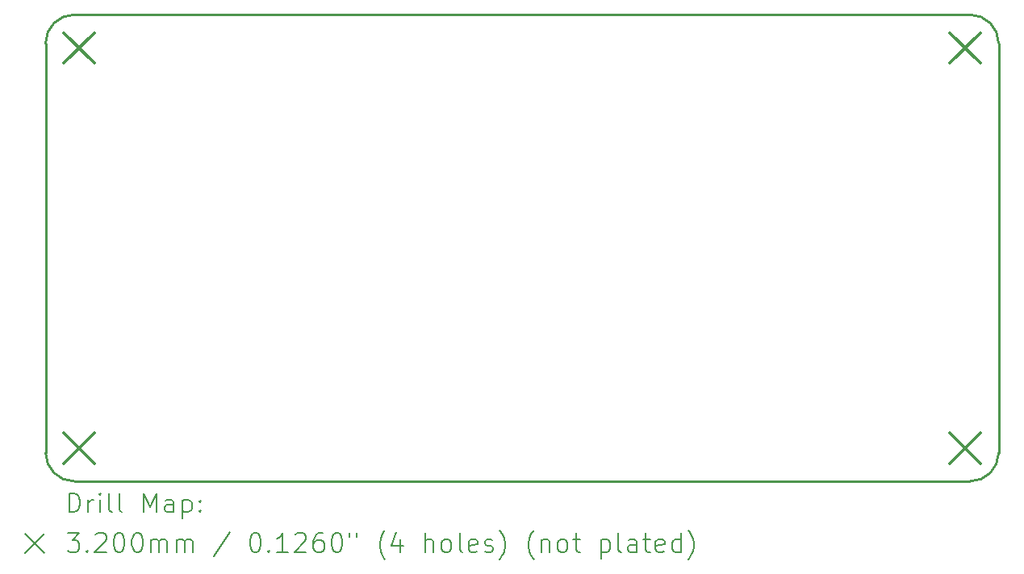
<source format=gbr>
%TF.GenerationSoftware,KiCad,Pcbnew,8.0.4*%
%TF.CreationDate,2024-08-11T22:46:47+02:00*%
%TF.ProjectId,global_vu,676c6f62-616c-45f7-9675-2e6b69636164,rev?*%
%TF.SameCoordinates,PX7b80360PY5a1f4a0*%
%TF.FileFunction,Drillmap*%
%TF.FilePolarity,Positive*%
%FSLAX45Y45*%
G04 Gerber Fmt 4.5, Leading zero omitted, Abs format (unit mm)*
G04 Created by KiCad (PCBNEW 8.0.4) date 2024-08-11 22:46:47*
%MOMM*%
%LPD*%
G01*
G04 APERTURE LIST*
%ADD10C,0.250000*%
%ADD11C,0.200000*%
%ADD12C,0.320000*%
G04 APERTURE END LIST*
D10*
X-10000000Y4600000D02*
G75*
G02*
X-9700000Y4900000I300000J0D01*
G01*
X0Y4600000D02*
X0Y300000D01*
X-9700000Y4900000D02*
X-300000Y4900000D01*
X-10000000Y300000D02*
X-10000000Y4600000D01*
X0Y300000D02*
G75*
G02*
X-300000Y0I-300000J0D01*
G01*
X-300000Y4900000D02*
G75*
G02*
X0Y4600000I0J-300000D01*
G01*
X-300000Y0D02*
X-9700000Y0D01*
X-9700000Y0D02*
G75*
G02*
X-10000000Y300000I0J300000D01*
G01*
D11*
D12*
X-9810000Y4710000D02*
X-9490000Y4390000D01*
X-9490000Y4710000D02*
X-9810000Y4390000D01*
X-9810000Y510000D02*
X-9490000Y190000D01*
X-9490000Y510000D02*
X-9810000Y190000D01*
X-510000Y4710000D02*
X-190000Y4390000D01*
X-190000Y4710000D02*
X-510000Y4390000D01*
X-510000Y510000D02*
X-190000Y190000D01*
X-190000Y510000D02*
X-510000Y190000D01*
D11*
X-9751723Y-323984D02*
X-9751723Y-123984D01*
X-9751723Y-123984D02*
X-9704104Y-123984D01*
X-9704104Y-123984D02*
X-9675533Y-133508D01*
X-9675533Y-133508D02*
X-9656485Y-152555D01*
X-9656485Y-152555D02*
X-9646961Y-171603D01*
X-9646961Y-171603D02*
X-9637438Y-209698D01*
X-9637438Y-209698D02*
X-9637438Y-238270D01*
X-9637438Y-238270D02*
X-9646961Y-276365D01*
X-9646961Y-276365D02*
X-9656485Y-295412D01*
X-9656485Y-295412D02*
X-9675533Y-314460D01*
X-9675533Y-314460D02*
X-9704104Y-323984D01*
X-9704104Y-323984D02*
X-9751723Y-323984D01*
X-9551723Y-323984D02*
X-9551723Y-190650D01*
X-9551723Y-228746D02*
X-9542199Y-209698D01*
X-9542199Y-209698D02*
X-9532676Y-200174D01*
X-9532676Y-200174D02*
X-9513628Y-190650D01*
X-9513628Y-190650D02*
X-9494580Y-190650D01*
X-9427914Y-323984D02*
X-9427914Y-190650D01*
X-9427914Y-123984D02*
X-9437438Y-133508D01*
X-9437438Y-133508D02*
X-9427914Y-143032D01*
X-9427914Y-143032D02*
X-9418390Y-133508D01*
X-9418390Y-133508D02*
X-9427914Y-123984D01*
X-9427914Y-123984D02*
X-9427914Y-143032D01*
X-9304104Y-323984D02*
X-9323152Y-314460D01*
X-9323152Y-314460D02*
X-9332676Y-295412D01*
X-9332676Y-295412D02*
X-9332676Y-123984D01*
X-9199342Y-323984D02*
X-9218390Y-314460D01*
X-9218390Y-314460D02*
X-9227914Y-295412D01*
X-9227914Y-295412D02*
X-9227914Y-123984D01*
X-8970771Y-323984D02*
X-8970771Y-123984D01*
X-8970771Y-123984D02*
X-8904104Y-266841D01*
X-8904104Y-266841D02*
X-8837438Y-123984D01*
X-8837438Y-123984D02*
X-8837438Y-323984D01*
X-8656485Y-323984D02*
X-8656485Y-219222D01*
X-8656485Y-219222D02*
X-8666009Y-200174D01*
X-8666009Y-200174D02*
X-8685057Y-190650D01*
X-8685057Y-190650D02*
X-8723152Y-190650D01*
X-8723152Y-190650D02*
X-8742199Y-200174D01*
X-8656485Y-314460D02*
X-8675533Y-323984D01*
X-8675533Y-323984D02*
X-8723152Y-323984D01*
X-8723152Y-323984D02*
X-8742199Y-314460D01*
X-8742199Y-314460D02*
X-8751723Y-295412D01*
X-8751723Y-295412D02*
X-8751723Y-276365D01*
X-8751723Y-276365D02*
X-8742199Y-257317D01*
X-8742199Y-257317D02*
X-8723152Y-247793D01*
X-8723152Y-247793D02*
X-8675533Y-247793D01*
X-8675533Y-247793D02*
X-8656485Y-238270D01*
X-8561247Y-190650D02*
X-8561247Y-390650D01*
X-8561247Y-200174D02*
X-8542199Y-190650D01*
X-8542199Y-190650D02*
X-8504104Y-190650D01*
X-8504104Y-190650D02*
X-8485057Y-200174D01*
X-8485057Y-200174D02*
X-8475533Y-209698D01*
X-8475533Y-209698D02*
X-8466009Y-228746D01*
X-8466009Y-228746D02*
X-8466009Y-285889D01*
X-8466009Y-285889D02*
X-8475533Y-304936D01*
X-8475533Y-304936D02*
X-8485057Y-314460D01*
X-8485057Y-314460D02*
X-8504104Y-323984D01*
X-8504104Y-323984D02*
X-8542199Y-323984D01*
X-8542199Y-323984D02*
X-8561247Y-314460D01*
X-8380295Y-304936D02*
X-8370771Y-314460D01*
X-8370771Y-314460D02*
X-8380295Y-323984D01*
X-8380295Y-323984D02*
X-8389818Y-314460D01*
X-8389818Y-314460D02*
X-8380295Y-304936D01*
X-8380295Y-304936D02*
X-8380295Y-323984D01*
X-8380295Y-200174D02*
X-8370771Y-209698D01*
X-8370771Y-209698D02*
X-8380295Y-219222D01*
X-8380295Y-219222D02*
X-8389818Y-209698D01*
X-8389818Y-209698D02*
X-8380295Y-200174D01*
X-8380295Y-200174D02*
X-8380295Y-219222D01*
X-10212500Y-552500D02*
X-10012500Y-752500D01*
X-10012500Y-552500D02*
X-10212500Y-752500D01*
X-9770771Y-543984D02*
X-9646961Y-543984D01*
X-9646961Y-543984D02*
X-9713628Y-620174D01*
X-9713628Y-620174D02*
X-9685057Y-620174D01*
X-9685057Y-620174D02*
X-9666009Y-629698D01*
X-9666009Y-629698D02*
X-9656485Y-639222D01*
X-9656485Y-639222D02*
X-9646961Y-658270D01*
X-9646961Y-658270D02*
X-9646961Y-705889D01*
X-9646961Y-705889D02*
X-9656485Y-724936D01*
X-9656485Y-724936D02*
X-9666009Y-734460D01*
X-9666009Y-734460D02*
X-9685057Y-743984D01*
X-9685057Y-743984D02*
X-9742199Y-743984D01*
X-9742199Y-743984D02*
X-9761247Y-734460D01*
X-9761247Y-734460D02*
X-9770771Y-724936D01*
X-9561247Y-724936D02*
X-9551723Y-734460D01*
X-9551723Y-734460D02*
X-9561247Y-743984D01*
X-9561247Y-743984D02*
X-9570771Y-734460D01*
X-9570771Y-734460D02*
X-9561247Y-724936D01*
X-9561247Y-724936D02*
X-9561247Y-743984D01*
X-9475533Y-563032D02*
X-9466009Y-553508D01*
X-9466009Y-553508D02*
X-9446961Y-543984D01*
X-9446961Y-543984D02*
X-9399342Y-543984D01*
X-9399342Y-543984D02*
X-9380295Y-553508D01*
X-9380295Y-553508D02*
X-9370771Y-563032D01*
X-9370771Y-563032D02*
X-9361247Y-582079D01*
X-9361247Y-582079D02*
X-9361247Y-601127D01*
X-9361247Y-601127D02*
X-9370771Y-629698D01*
X-9370771Y-629698D02*
X-9485057Y-743984D01*
X-9485057Y-743984D02*
X-9361247Y-743984D01*
X-9237438Y-543984D02*
X-9218390Y-543984D01*
X-9218390Y-543984D02*
X-9199342Y-553508D01*
X-9199342Y-553508D02*
X-9189818Y-563032D01*
X-9189818Y-563032D02*
X-9180295Y-582079D01*
X-9180295Y-582079D02*
X-9170771Y-620174D01*
X-9170771Y-620174D02*
X-9170771Y-667793D01*
X-9170771Y-667793D02*
X-9180295Y-705889D01*
X-9180295Y-705889D02*
X-9189818Y-724936D01*
X-9189818Y-724936D02*
X-9199342Y-734460D01*
X-9199342Y-734460D02*
X-9218390Y-743984D01*
X-9218390Y-743984D02*
X-9237438Y-743984D01*
X-9237438Y-743984D02*
X-9256485Y-734460D01*
X-9256485Y-734460D02*
X-9266009Y-724936D01*
X-9266009Y-724936D02*
X-9275533Y-705889D01*
X-9275533Y-705889D02*
X-9285057Y-667793D01*
X-9285057Y-667793D02*
X-9285057Y-620174D01*
X-9285057Y-620174D02*
X-9275533Y-582079D01*
X-9275533Y-582079D02*
X-9266009Y-563032D01*
X-9266009Y-563032D02*
X-9256485Y-553508D01*
X-9256485Y-553508D02*
X-9237438Y-543984D01*
X-9046961Y-543984D02*
X-9027914Y-543984D01*
X-9027914Y-543984D02*
X-9008866Y-553508D01*
X-9008866Y-553508D02*
X-8999342Y-563032D01*
X-8999342Y-563032D02*
X-8989818Y-582079D01*
X-8989818Y-582079D02*
X-8980295Y-620174D01*
X-8980295Y-620174D02*
X-8980295Y-667793D01*
X-8980295Y-667793D02*
X-8989818Y-705889D01*
X-8989818Y-705889D02*
X-8999342Y-724936D01*
X-8999342Y-724936D02*
X-9008866Y-734460D01*
X-9008866Y-734460D02*
X-9027914Y-743984D01*
X-9027914Y-743984D02*
X-9046961Y-743984D01*
X-9046961Y-743984D02*
X-9066009Y-734460D01*
X-9066009Y-734460D02*
X-9075533Y-724936D01*
X-9075533Y-724936D02*
X-9085057Y-705889D01*
X-9085057Y-705889D02*
X-9094580Y-667793D01*
X-9094580Y-667793D02*
X-9094580Y-620174D01*
X-9094580Y-620174D02*
X-9085057Y-582079D01*
X-9085057Y-582079D02*
X-9075533Y-563032D01*
X-9075533Y-563032D02*
X-9066009Y-553508D01*
X-9066009Y-553508D02*
X-9046961Y-543984D01*
X-8894580Y-743984D02*
X-8894580Y-610651D01*
X-8894580Y-629698D02*
X-8885057Y-620174D01*
X-8885057Y-620174D02*
X-8866009Y-610651D01*
X-8866009Y-610651D02*
X-8837437Y-610651D01*
X-8837437Y-610651D02*
X-8818390Y-620174D01*
X-8818390Y-620174D02*
X-8808866Y-639222D01*
X-8808866Y-639222D02*
X-8808866Y-743984D01*
X-8808866Y-639222D02*
X-8799342Y-620174D01*
X-8799342Y-620174D02*
X-8780295Y-610651D01*
X-8780295Y-610651D02*
X-8751723Y-610651D01*
X-8751723Y-610651D02*
X-8732676Y-620174D01*
X-8732676Y-620174D02*
X-8723152Y-639222D01*
X-8723152Y-639222D02*
X-8723152Y-743984D01*
X-8627914Y-743984D02*
X-8627914Y-610651D01*
X-8627914Y-629698D02*
X-8618390Y-620174D01*
X-8618390Y-620174D02*
X-8599342Y-610651D01*
X-8599342Y-610651D02*
X-8570771Y-610651D01*
X-8570771Y-610651D02*
X-8551723Y-620174D01*
X-8551723Y-620174D02*
X-8542199Y-639222D01*
X-8542199Y-639222D02*
X-8542199Y-743984D01*
X-8542199Y-639222D02*
X-8532676Y-620174D01*
X-8532676Y-620174D02*
X-8513628Y-610651D01*
X-8513628Y-610651D02*
X-8485057Y-610651D01*
X-8485057Y-610651D02*
X-8466009Y-620174D01*
X-8466009Y-620174D02*
X-8456485Y-639222D01*
X-8456485Y-639222D02*
X-8456485Y-743984D01*
X-8066009Y-534460D02*
X-8237437Y-791603D01*
X-7808866Y-543984D02*
X-7789818Y-543984D01*
X-7789818Y-543984D02*
X-7770771Y-553508D01*
X-7770771Y-553508D02*
X-7761247Y-563032D01*
X-7761247Y-563032D02*
X-7751723Y-582079D01*
X-7751723Y-582079D02*
X-7742199Y-620174D01*
X-7742199Y-620174D02*
X-7742199Y-667793D01*
X-7742199Y-667793D02*
X-7751723Y-705889D01*
X-7751723Y-705889D02*
X-7761247Y-724936D01*
X-7761247Y-724936D02*
X-7770771Y-734460D01*
X-7770771Y-734460D02*
X-7789818Y-743984D01*
X-7789818Y-743984D02*
X-7808866Y-743984D01*
X-7808866Y-743984D02*
X-7827913Y-734460D01*
X-7827913Y-734460D02*
X-7837437Y-724936D01*
X-7837437Y-724936D02*
X-7846961Y-705889D01*
X-7846961Y-705889D02*
X-7856485Y-667793D01*
X-7856485Y-667793D02*
X-7856485Y-620174D01*
X-7856485Y-620174D02*
X-7846961Y-582079D01*
X-7846961Y-582079D02*
X-7837437Y-563032D01*
X-7837437Y-563032D02*
X-7827913Y-553508D01*
X-7827913Y-553508D02*
X-7808866Y-543984D01*
X-7656485Y-724936D02*
X-7646961Y-734460D01*
X-7646961Y-734460D02*
X-7656485Y-743984D01*
X-7656485Y-743984D02*
X-7666009Y-734460D01*
X-7666009Y-734460D02*
X-7656485Y-724936D01*
X-7656485Y-724936D02*
X-7656485Y-743984D01*
X-7456485Y-743984D02*
X-7570771Y-743984D01*
X-7513628Y-743984D02*
X-7513628Y-543984D01*
X-7513628Y-543984D02*
X-7532675Y-572555D01*
X-7532675Y-572555D02*
X-7551723Y-591603D01*
X-7551723Y-591603D02*
X-7570771Y-601127D01*
X-7380294Y-563032D02*
X-7370771Y-553508D01*
X-7370771Y-553508D02*
X-7351723Y-543984D01*
X-7351723Y-543984D02*
X-7304104Y-543984D01*
X-7304104Y-543984D02*
X-7285056Y-553508D01*
X-7285056Y-553508D02*
X-7275532Y-563032D01*
X-7275532Y-563032D02*
X-7266009Y-582079D01*
X-7266009Y-582079D02*
X-7266009Y-601127D01*
X-7266009Y-601127D02*
X-7275532Y-629698D01*
X-7275532Y-629698D02*
X-7389818Y-743984D01*
X-7389818Y-743984D02*
X-7266009Y-743984D01*
X-7094580Y-543984D02*
X-7132675Y-543984D01*
X-7132675Y-543984D02*
X-7151723Y-553508D01*
X-7151723Y-553508D02*
X-7161247Y-563032D01*
X-7161247Y-563032D02*
X-7180294Y-591603D01*
X-7180294Y-591603D02*
X-7189818Y-629698D01*
X-7189818Y-629698D02*
X-7189818Y-705889D01*
X-7189818Y-705889D02*
X-7180294Y-724936D01*
X-7180294Y-724936D02*
X-7170771Y-734460D01*
X-7170771Y-734460D02*
X-7151723Y-743984D01*
X-7151723Y-743984D02*
X-7113628Y-743984D01*
X-7113628Y-743984D02*
X-7094580Y-734460D01*
X-7094580Y-734460D02*
X-7085056Y-724936D01*
X-7085056Y-724936D02*
X-7075532Y-705889D01*
X-7075532Y-705889D02*
X-7075532Y-658270D01*
X-7075532Y-658270D02*
X-7085056Y-639222D01*
X-7085056Y-639222D02*
X-7094580Y-629698D01*
X-7094580Y-629698D02*
X-7113628Y-620174D01*
X-7113628Y-620174D02*
X-7151723Y-620174D01*
X-7151723Y-620174D02*
X-7170771Y-629698D01*
X-7170771Y-629698D02*
X-7180294Y-639222D01*
X-7180294Y-639222D02*
X-7189818Y-658270D01*
X-6951723Y-543984D02*
X-6932675Y-543984D01*
X-6932675Y-543984D02*
X-6913628Y-553508D01*
X-6913628Y-553508D02*
X-6904104Y-563032D01*
X-6904104Y-563032D02*
X-6894580Y-582079D01*
X-6894580Y-582079D02*
X-6885056Y-620174D01*
X-6885056Y-620174D02*
X-6885056Y-667793D01*
X-6885056Y-667793D02*
X-6894580Y-705889D01*
X-6894580Y-705889D02*
X-6904104Y-724936D01*
X-6904104Y-724936D02*
X-6913628Y-734460D01*
X-6913628Y-734460D02*
X-6932675Y-743984D01*
X-6932675Y-743984D02*
X-6951723Y-743984D01*
X-6951723Y-743984D02*
X-6970771Y-734460D01*
X-6970771Y-734460D02*
X-6980294Y-724936D01*
X-6980294Y-724936D02*
X-6989818Y-705889D01*
X-6989818Y-705889D02*
X-6999342Y-667793D01*
X-6999342Y-667793D02*
X-6999342Y-620174D01*
X-6999342Y-620174D02*
X-6989818Y-582079D01*
X-6989818Y-582079D02*
X-6980294Y-563032D01*
X-6980294Y-563032D02*
X-6970771Y-553508D01*
X-6970771Y-553508D02*
X-6951723Y-543984D01*
X-6808866Y-543984D02*
X-6808866Y-582079D01*
X-6732675Y-543984D02*
X-6732675Y-582079D01*
X-6437437Y-820174D02*
X-6446961Y-810650D01*
X-6446961Y-810650D02*
X-6466009Y-782079D01*
X-6466009Y-782079D02*
X-6475532Y-763031D01*
X-6475532Y-763031D02*
X-6485056Y-734460D01*
X-6485056Y-734460D02*
X-6494580Y-686841D01*
X-6494580Y-686841D02*
X-6494580Y-648746D01*
X-6494580Y-648746D02*
X-6485056Y-601127D01*
X-6485056Y-601127D02*
X-6475532Y-572555D01*
X-6475532Y-572555D02*
X-6466009Y-553508D01*
X-6466009Y-553508D02*
X-6446961Y-524936D01*
X-6446961Y-524936D02*
X-6437437Y-515412D01*
X-6275532Y-610651D02*
X-6275532Y-743984D01*
X-6323151Y-534460D02*
X-6370770Y-677317D01*
X-6370770Y-677317D02*
X-6246961Y-677317D01*
X-6018389Y-743984D02*
X-6018389Y-543984D01*
X-5932675Y-743984D02*
X-5932675Y-639222D01*
X-5932675Y-639222D02*
X-5942199Y-620174D01*
X-5942199Y-620174D02*
X-5961247Y-610651D01*
X-5961247Y-610651D02*
X-5989818Y-610651D01*
X-5989818Y-610651D02*
X-6008866Y-620174D01*
X-6008866Y-620174D02*
X-6018389Y-629698D01*
X-5808866Y-743984D02*
X-5827913Y-734460D01*
X-5827913Y-734460D02*
X-5837437Y-724936D01*
X-5837437Y-724936D02*
X-5846961Y-705889D01*
X-5846961Y-705889D02*
X-5846961Y-648746D01*
X-5846961Y-648746D02*
X-5837437Y-629698D01*
X-5837437Y-629698D02*
X-5827913Y-620174D01*
X-5827913Y-620174D02*
X-5808866Y-610651D01*
X-5808866Y-610651D02*
X-5780294Y-610651D01*
X-5780294Y-610651D02*
X-5761247Y-620174D01*
X-5761247Y-620174D02*
X-5751723Y-629698D01*
X-5751723Y-629698D02*
X-5742199Y-648746D01*
X-5742199Y-648746D02*
X-5742199Y-705889D01*
X-5742199Y-705889D02*
X-5751723Y-724936D01*
X-5751723Y-724936D02*
X-5761247Y-734460D01*
X-5761247Y-734460D02*
X-5780294Y-743984D01*
X-5780294Y-743984D02*
X-5808866Y-743984D01*
X-5627913Y-743984D02*
X-5646961Y-734460D01*
X-5646961Y-734460D02*
X-5656485Y-715412D01*
X-5656485Y-715412D02*
X-5656485Y-543984D01*
X-5475532Y-734460D02*
X-5494580Y-743984D01*
X-5494580Y-743984D02*
X-5532675Y-743984D01*
X-5532675Y-743984D02*
X-5551723Y-734460D01*
X-5551723Y-734460D02*
X-5561247Y-715412D01*
X-5561247Y-715412D02*
X-5561247Y-639222D01*
X-5561247Y-639222D02*
X-5551723Y-620174D01*
X-5551723Y-620174D02*
X-5532675Y-610651D01*
X-5532675Y-610651D02*
X-5494580Y-610651D01*
X-5494580Y-610651D02*
X-5475532Y-620174D01*
X-5475532Y-620174D02*
X-5466009Y-639222D01*
X-5466009Y-639222D02*
X-5466009Y-658270D01*
X-5466009Y-658270D02*
X-5561247Y-677317D01*
X-5389818Y-734460D02*
X-5370770Y-743984D01*
X-5370770Y-743984D02*
X-5332675Y-743984D01*
X-5332675Y-743984D02*
X-5313628Y-734460D01*
X-5313628Y-734460D02*
X-5304104Y-715412D01*
X-5304104Y-715412D02*
X-5304104Y-705889D01*
X-5304104Y-705889D02*
X-5313628Y-686841D01*
X-5313628Y-686841D02*
X-5332675Y-677317D01*
X-5332675Y-677317D02*
X-5361247Y-677317D01*
X-5361247Y-677317D02*
X-5380294Y-667793D01*
X-5380294Y-667793D02*
X-5389818Y-648746D01*
X-5389818Y-648746D02*
X-5389818Y-639222D01*
X-5389818Y-639222D02*
X-5380294Y-620174D01*
X-5380294Y-620174D02*
X-5361247Y-610651D01*
X-5361247Y-610651D02*
X-5332675Y-610651D01*
X-5332675Y-610651D02*
X-5313628Y-620174D01*
X-5237437Y-820174D02*
X-5227913Y-810650D01*
X-5227913Y-810650D02*
X-5208866Y-782079D01*
X-5208866Y-782079D02*
X-5199342Y-763031D01*
X-5199342Y-763031D02*
X-5189818Y-734460D01*
X-5189818Y-734460D02*
X-5180294Y-686841D01*
X-5180294Y-686841D02*
X-5180294Y-648746D01*
X-5180294Y-648746D02*
X-5189818Y-601127D01*
X-5189818Y-601127D02*
X-5199342Y-572555D01*
X-5199342Y-572555D02*
X-5208866Y-553508D01*
X-5208866Y-553508D02*
X-5227913Y-524936D01*
X-5227913Y-524936D02*
X-5237437Y-515412D01*
X-4875532Y-820174D02*
X-4885056Y-810650D01*
X-4885056Y-810650D02*
X-4904104Y-782079D01*
X-4904104Y-782079D02*
X-4913628Y-763031D01*
X-4913628Y-763031D02*
X-4923151Y-734460D01*
X-4923151Y-734460D02*
X-4932675Y-686841D01*
X-4932675Y-686841D02*
X-4932675Y-648746D01*
X-4932675Y-648746D02*
X-4923151Y-601127D01*
X-4923151Y-601127D02*
X-4913628Y-572555D01*
X-4913628Y-572555D02*
X-4904104Y-553508D01*
X-4904104Y-553508D02*
X-4885056Y-524936D01*
X-4885056Y-524936D02*
X-4875532Y-515412D01*
X-4799342Y-610651D02*
X-4799342Y-743984D01*
X-4799342Y-629698D02*
X-4789818Y-620174D01*
X-4789818Y-620174D02*
X-4770770Y-610651D01*
X-4770770Y-610651D02*
X-4742199Y-610651D01*
X-4742199Y-610651D02*
X-4723151Y-620174D01*
X-4723151Y-620174D02*
X-4713628Y-639222D01*
X-4713628Y-639222D02*
X-4713628Y-743984D01*
X-4589818Y-743984D02*
X-4608866Y-734460D01*
X-4608866Y-734460D02*
X-4618389Y-724936D01*
X-4618389Y-724936D02*
X-4627913Y-705889D01*
X-4627913Y-705889D02*
X-4627913Y-648746D01*
X-4627913Y-648746D02*
X-4618389Y-629698D01*
X-4618389Y-629698D02*
X-4608866Y-620174D01*
X-4608866Y-620174D02*
X-4589818Y-610651D01*
X-4589818Y-610651D02*
X-4561247Y-610651D01*
X-4561247Y-610651D02*
X-4542199Y-620174D01*
X-4542199Y-620174D02*
X-4532675Y-629698D01*
X-4532675Y-629698D02*
X-4523151Y-648746D01*
X-4523151Y-648746D02*
X-4523151Y-705889D01*
X-4523151Y-705889D02*
X-4532675Y-724936D01*
X-4532675Y-724936D02*
X-4542199Y-734460D01*
X-4542199Y-734460D02*
X-4561247Y-743984D01*
X-4561247Y-743984D02*
X-4589818Y-743984D01*
X-4466008Y-610651D02*
X-4389818Y-610651D01*
X-4437437Y-543984D02*
X-4437437Y-715412D01*
X-4437437Y-715412D02*
X-4427913Y-734460D01*
X-4427913Y-734460D02*
X-4408866Y-743984D01*
X-4408866Y-743984D02*
X-4389818Y-743984D01*
X-4170770Y-610651D02*
X-4170770Y-810650D01*
X-4170770Y-620174D02*
X-4151723Y-610651D01*
X-4151723Y-610651D02*
X-4113627Y-610651D01*
X-4113627Y-610651D02*
X-4094580Y-620174D01*
X-4094580Y-620174D02*
X-4085056Y-629698D01*
X-4085056Y-629698D02*
X-4075532Y-648746D01*
X-4075532Y-648746D02*
X-4075532Y-705889D01*
X-4075532Y-705889D02*
X-4085056Y-724936D01*
X-4085056Y-724936D02*
X-4094580Y-734460D01*
X-4094580Y-734460D02*
X-4113627Y-743984D01*
X-4113627Y-743984D02*
X-4151723Y-743984D01*
X-4151723Y-743984D02*
X-4170770Y-734460D01*
X-3961246Y-743984D02*
X-3980294Y-734460D01*
X-3980294Y-734460D02*
X-3989818Y-715412D01*
X-3989818Y-715412D02*
X-3989818Y-543984D01*
X-3799342Y-743984D02*
X-3799342Y-639222D01*
X-3799342Y-639222D02*
X-3808865Y-620174D01*
X-3808865Y-620174D02*
X-3827913Y-610651D01*
X-3827913Y-610651D02*
X-3866008Y-610651D01*
X-3866008Y-610651D02*
X-3885056Y-620174D01*
X-3799342Y-734460D02*
X-3818389Y-743984D01*
X-3818389Y-743984D02*
X-3866008Y-743984D01*
X-3866008Y-743984D02*
X-3885056Y-734460D01*
X-3885056Y-734460D02*
X-3894580Y-715412D01*
X-3894580Y-715412D02*
X-3894580Y-696365D01*
X-3894580Y-696365D02*
X-3885056Y-677317D01*
X-3885056Y-677317D02*
X-3866008Y-667793D01*
X-3866008Y-667793D02*
X-3818389Y-667793D01*
X-3818389Y-667793D02*
X-3799342Y-658270D01*
X-3732675Y-610651D02*
X-3656485Y-610651D01*
X-3704104Y-543984D02*
X-3704104Y-715412D01*
X-3704104Y-715412D02*
X-3694580Y-734460D01*
X-3694580Y-734460D02*
X-3675532Y-743984D01*
X-3675532Y-743984D02*
X-3656485Y-743984D01*
X-3513627Y-734460D02*
X-3532675Y-743984D01*
X-3532675Y-743984D02*
X-3570770Y-743984D01*
X-3570770Y-743984D02*
X-3589818Y-734460D01*
X-3589818Y-734460D02*
X-3599342Y-715412D01*
X-3599342Y-715412D02*
X-3599342Y-639222D01*
X-3599342Y-639222D02*
X-3589818Y-620174D01*
X-3589818Y-620174D02*
X-3570770Y-610651D01*
X-3570770Y-610651D02*
X-3532675Y-610651D01*
X-3532675Y-610651D02*
X-3513627Y-620174D01*
X-3513627Y-620174D02*
X-3504104Y-639222D01*
X-3504104Y-639222D02*
X-3504104Y-658270D01*
X-3504104Y-658270D02*
X-3599342Y-677317D01*
X-3332675Y-743984D02*
X-3332675Y-543984D01*
X-3332675Y-734460D02*
X-3351723Y-743984D01*
X-3351723Y-743984D02*
X-3389818Y-743984D01*
X-3389818Y-743984D02*
X-3408865Y-734460D01*
X-3408865Y-734460D02*
X-3418389Y-724936D01*
X-3418389Y-724936D02*
X-3427913Y-705889D01*
X-3427913Y-705889D02*
X-3427913Y-648746D01*
X-3427913Y-648746D02*
X-3418389Y-629698D01*
X-3418389Y-629698D02*
X-3408865Y-620174D01*
X-3408865Y-620174D02*
X-3389818Y-610651D01*
X-3389818Y-610651D02*
X-3351723Y-610651D01*
X-3351723Y-610651D02*
X-3332675Y-620174D01*
X-3256484Y-820174D02*
X-3246961Y-810650D01*
X-3246961Y-810650D02*
X-3227913Y-782079D01*
X-3227913Y-782079D02*
X-3218389Y-763031D01*
X-3218389Y-763031D02*
X-3208865Y-734460D01*
X-3208865Y-734460D02*
X-3199342Y-686841D01*
X-3199342Y-686841D02*
X-3199342Y-648746D01*
X-3199342Y-648746D02*
X-3208865Y-601127D01*
X-3208865Y-601127D02*
X-3218389Y-572555D01*
X-3218389Y-572555D02*
X-3227913Y-553508D01*
X-3227913Y-553508D02*
X-3246961Y-524936D01*
X-3246961Y-524936D02*
X-3256484Y-515412D01*
M02*

</source>
